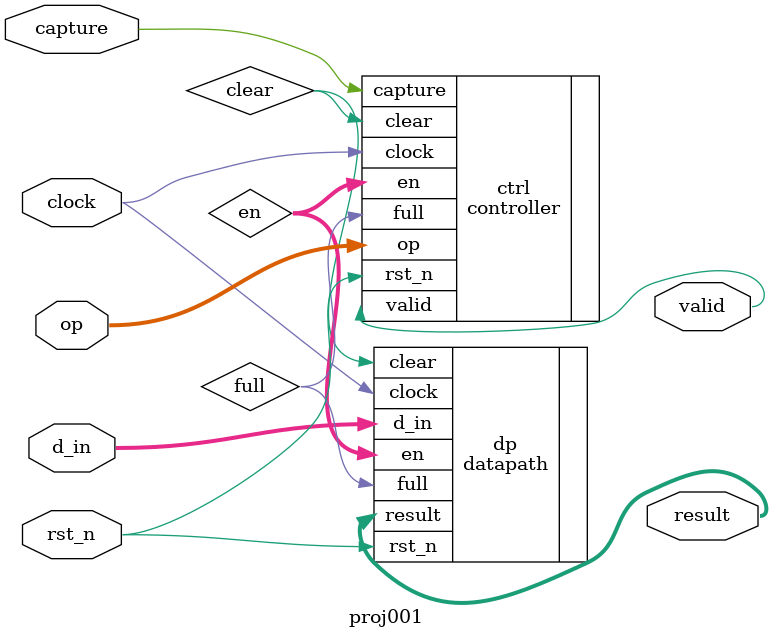
<source format=v>
module proj001 (
  input rst_n, clock,
  input [3:0] d_in,
  input [1:0] op,
  input capture,
  output [4:0] result,
  output valid
);

  wire [3:0] en;
  wire clear;
  wire full;

  datapath dp (
    .rst_n( rst_n ),
    .clock( clock ),
    .d_in( d_in ),
    .en( en ),
    .clear( clear ),
    .full( full ),
    .result( result )
  );

  controller ctrl (
    .rst_n( rst_n ),
    .clock( clock ),
    .capture( capture ),
    .op( op ),
    .full( full ),
    .clear( clear ),
    .en( en ),
    .valid( valid )
  );

endmodule

</source>
